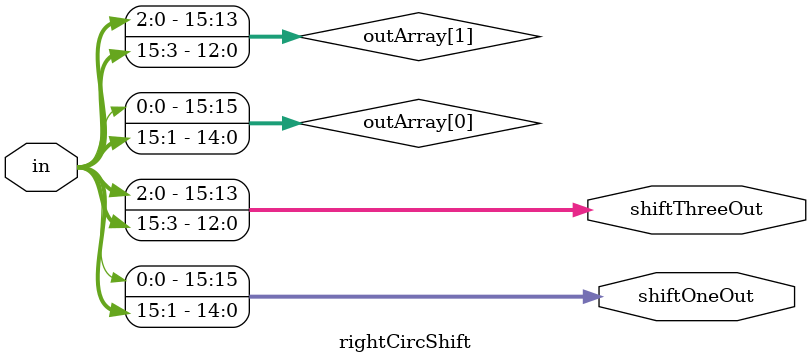
<source format=v>
`timescale 1ns / 1ps

module rightCircShift #(parameter n = 16)(
        input [n-1:0] in,
        output [n-1:0] shiftOneOut, shiftThreeOut
    );
    
    reg [n-1:0] outArray [1:0];
    
    always @ * begin
        outArray[0] = { in[0], in[n-1:1] };     // 1-bit right circular shift
                                                // also -1-bit left cicular shift
        outArray[1] = { in[2:0], in[n-1:3] };   // 3-bit right circular shift
                                                // also -3-bit left circular shift
    end
    
    assign shiftOneOut = outArray[0];
    assign shiftThreeOut = outArray[1];
    
endmodule

</source>
